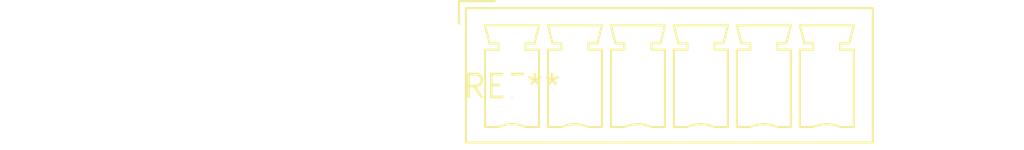
<source format=kicad_pcb>
(kicad_pcb (version 20240108) (generator pcbnew)
  (layers (0 "F.Cu" signal) (31 "B.Cu" signal) (34 "B.Paste" user) (35 "F.Paste" user) (36 "B.SilkS" user "B.Silkscreen") (37 "F.SilkS" user "F.Silkscreen") (38 "B.Mask" user) (39 "F.Mask" user) (44 "Edge.Cuts" user))
  (net 0 "")
  (footprint "PhoenixContact_MCV_1,5_6-G-3.5_1x06_P3.50mm_Vertical" (layer "F.Cu") (at 0 0)
    (property "Reference" "REF**")
    (property "Value" "PhoenixContact_MCV_1,5_6-G-3.5_1x06_P3.50mm_Vertical")
    (fp_line (start -2.95 -4.75) (end -0.95 -4.75) (layer "F.SilkS") (stroke (width 0.12)))
    (fp_line (start -2.95 -3.5) (end -2.95 -4.75) (layer "F.SilkS") (stroke (width 0.12)))
    (fp_line (start -2.56 -4.36) (end -2.56 3.11) (layer "F.SilkS") (stroke (width 0.12)))
    (fp_line (start -2.56 3.11) (end 20.06 3.11) (layer "F.SilkS") (stroke (width 0.12)))
    (fp_line (start -1.5 -3.4) (end 1.5 -3.4) (layer "F.SilkS") (stroke (width 0.12)))
    (fp_line (start -1.5 -2.05) (end -0.75 -2.05) (layer "F.SilkS") (stroke (width 0.12)))
    (fp_line (start -1.5 2.25) (end -1.5 -2.05) (layer "F.SilkS") (stroke (width 0.12)))
    (fp_line (start -1.25 -2.4) (end -1.5 -3.4) (layer "F.SilkS") (stroke (width 0.12)))
    (fp_line (start -0.75 -2.4) (end -1.25 -2.4) (layer "F.SilkS") (stroke (width 0.12)))
    (fp_line (start -0.75 -2.05) (end -0.75 -2.4) (layer "F.SilkS") (stroke (width 0.12)))
    (fp_line (start -0.75 2.25) (end -1.5 2.25) (layer "F.SilkS") (stroke (width 0.12)))
    (fp_line (start 0.75 -2.4) (end 0.75 -2.05) (layer "F.SilkS") (stroke (width 0.12)))
    (fp_line (start 0.75 -2.05) (end 1.5 -2.05) (layer "F.SilkS") (stroke (width 0.12)))
    (fp_line (start 1.25 -2.4) (end 0.75 -2.4) (layer "F.SilkS") (stroke (width 0.12)))
    (fp_line (start 1.5 -3.4) (end 1.25 -2.4) (layer "F.SilkS") (stroke (width 0.12)))
    (fp_line (start 1.5 -2.05) (end 1.5 2.25) (layer "F.SilkS") (stroke (width 0.12)))
    (fp_line (start 1.5 2.25) (end 0.75 2.25) (layer "F.SilkS") (stroke (width 0.12)))
    (fp_line (start 2 -3.4) (end 5 -3.4) (layer "F.SilkS") (stroke (width 0.12)))
    (fp_line (start 2 -2.05) (end 2.75 -2.05) (layer "F.SilkS") (stroke (width 0.12)))
    (fp_line (start 2 2.25) (end 2 -2.05) (layer "F.SilkS") (stroke (width 0.12)))
    (fp_line (start 2.25 -2.4) (end 2 -3.4) (layer "F.SilkS") (stroke (width 0.12)))
    (fp_line (start 2.75 -2.4) (end 2.25 -2.4) (layer "F.SilkS") (stroke (width 0.12)))
    (fp_line (start 2.75 -2.05) (end 2.75 -2.4) (layer "F.SilkS") (stroke (width 0.12)))
    (fp_line (start 2.75 2.25) (end 2 2.25) (layer "F.SilkS") (stroke (width 0.12)))
    (fp_line (start 4.25 -2.4) (end 4.25 -2.05) (layer "F.SilkS") (stroke (width 0.12)))
    (fp_line (start 4.25 -2.05) (end 5 -2.05) (layer "F.SilkS") (stroke (width 0.12)))
    (fp_line (start 4.75 -2.4) (end 4.25 -2.4) (layer "F.SilkS") (stroke (width 0.12)))
    (fp_line (start 5 -3.4) (end 4.75 -2.4) (layer "F.SilkS") (stroke (width 0.12)))
    (fp_line (start 5 -2.05) (end 5 2.25) (layer "F.SilkS") (stroke (width 0.12)))
    (fp_line (start 5 2.25) (end 4.25 2.25) (layer "F.SilkS") (stroke (width 0.12)))
    (fp_line (start 5.5 -3.4) (end 8.5 -3.4) (layer "F.SilkS") (stroke (width 0.12)))
    (fp_line (start 5.5 -2.05) (end 6.25 -2.05) (layer "F.SilkS") (stroke (width 0.12)))
    (fp_line (start 5.5 2.25) (end 5.5 -2.05) (layer "F.SilkS") (stroke (width 0.12)))
    (fp_line (start 5.75 -2.4) (end 5.5 -3.4) (layer "F.SilkS") (stroke (width 0.12)))
    (fp_line (start 6.25 -2.4) (end 5.75 -2.4) (layer "F.SilkS") (stroke (width 0.12)))
    (fp_line (start 6.25 -2.05) (end 6.25 -2.4) (layer "F.SilkS") (stroke (width 0.12)))
    (fp_line (start 6.25 2.25) (end 5.5 2.25) (layer "F.SilkS") (stroke (width 0.12)))
    (fp_line (start 7.75 -2.4) (end 7.75 -2.05) (layer "F.SilkS") (stroke (width 0.12)))
    (fp_line (start 7.75 -2.05) (end 8.5 -2.05) (layer "F.SilkS") (stroke (width 0.12)))
    (fp_line (start 8.25 -2.4) (end 7.75 -2.4) (layer "F.SilkS") (stroke (width 0.12)))
    (fp_line (start 8.5 -3.4) (end 8.25 -2.4) (layer "F.SilkS") (stroke (width 0.12)))
    (fp_line (start 8.5 -2.05) (end 8.5 2.25) (layer "F.SilkS") (stroke (width 0.12)))
    (fp_line (start 8.5 2.25) (end 7.75 2.25) (layer "F.SilkS") (stroke (width 0.12)))
    (fp_line (start 9 -3.4) (end 12 -3.4) (layer "F.SilkS") (stroke (width 0.12)))
    (fp_line (start 9 -2.05) (end 9.75 -2.05) (layer "F.SilkS") (stroke (width 0.12)))
    (fp_line (start 9 2.25) (end 9 -2.05) (layer "F.SilkS") (stroke (width 0.12)))
    (fp_line (start 9.25 -2.4) (end 9 -3.4) (layer "F.SilkS") (stroke (width 0.12)))
    (fp_line (start 9.75 -2.4) (end 9.25 -2.4) (layer "F.SilkS") (stroke (width 0.12)))
    (fp_line (start 9.75 -2.05) (end 9.75 -2.4) (layer "F.SilkS") (stroke (width 0.12)))
    (fp_line (start 9.75 2.25) (end 9 2.25) (layer "F.SilkS") (stroke (width 0.12)))
    (fp_line (start 11.25 -2.4) (end 11.25 -2.05) (layer "F.SilkS") (stroke (width 0.12)))
    (fp_line (start 11.25 -2.05) (end 12 -2.05) (layer "F.SilkS") (stroke (width 0.12)))
    (fp_line (start 11.75 -2.4) (end 11.25 -2.4) (layer "F.SilkS") (stroke (width 0.12)))
    (fp_line (start 12 -3.4) (end 11.75 -2.4) (layer "F.SilkS") (stroke (width 0.12)))
    (fp_line (start 12 -2.05) (end 12 2.25) (layer "F.SilkS") (stroke (width 0.12)))
    (fp_line (start 12 2.25) (end 11.25 2.25) (layer "F.SilkS") (stroke (width 0.12)))
    (fp_line (start 12.5 -3.4) (end 15.5 -3.4) (layer "F.SilkS") (stroke (width 0.12)))
    (fp_line (start 12.5 -2.05) (end 13.25 -2.05) (layer "F.SilkS") (stroke (width 0.12)))
    (fp_line (start 12.5 2.25) (end 12.5 -2.05) (layer "F.SilkS") (stroke (width 0.12)))
    (fp_line (start 12.75 -2.4) (end 12.5 -3.4) (layer "F.SilkS") (stroke (width 0.12)))
    (fp_line (start 13.25 -2.4) (end 12.75 -2.4) (layer "F.SilkS") (stroke (width 0.12)))
    (fp_line (start 13.25 -2.05) (end 13.25 -2.4) (layer "F.SilkS") (stroke (width 0.12)))
    (fp_line (start 13.25 2.25) (end 12.5 2.25) (layer "F.SilkS") (stroke (width 0.12)))
    (fp_line (start 14.75 -2.4) (end 14.75 -2.05) (layer "F.SilkS") (stroke (width 0.12)))
    (fp_line (start 14.75 -2.05) (end 15.5 -2.05) (layer "F.SilkS") (stroke (width 0.12)))
    (fp_line (start 15.25 -2.4) (end 14.75 -2.4) (layer "F.SilkS") (stroke (width 0.12)))
    (fp_line (start 15.5 -3.4) (end 15.25 -2.4) (layer "F.SilkS") (stroke (width 0.12)))
    (fp_line (start 15.5 -2.05) (end 15.5 2.25) (layer "F.SilkS") (stroke (width 0.12)))
    (fp_line (start 15.5 2.25) (end 14.75 2.25) (layer "F.SilkS") (stroke (width 0.12)))
    (fp_line (start 16 -3.4) (end 19 -3.4) (layer "F.SilkS") (stroke (width 0.12)))
    (fp_line (start 16 -2.05) (end 16.75 -2.05) (layer "F.SilkS") (stroke (width 0.12)))
    (fp_line (start 16 2.25) (end 16 -2.05) (layer "F.SilkS") (stroke (width 0.12)))
    (fp_line (start 16.25 -2.4) (end 16 -3.4) (layer "F.SilkS") (stroke (width 0.12)))
    (fp_line (start 16.75 -2.4) (end 16.25 -2.4) (layer "F.SilkS") (stroke (width 0.12)))
    (fp_line (start 16.75 -2.05) (end 16.75 -2.4) (layer "F.SilkS") (stroke (width 0.12)))
    (fp_line (start 16.75 2.25) (end 16 2.25) (layer "F.SilkS") (stroke (width 0.12)))
    (fp_line (start 18.25 -2.4) (end 18.25 -2.05) (layer "F.SilkS") (stroke (width 0.12)))
    (fp_line (start 18.25 -2.05) (end 19 -2.05) (layer "F.SilkS") (stroke (width 0.12)))
    (fp_line (start 18.75 -2.4) (end 18.25 -2.4) (layer "F.SilkS") (stroke (width 0.12)))
    (fp_line (start 19 -3.4) (end 18.75 -2.4) (layer "F.SilkS") (stroke (width 0.12)))
    (fp_line (start 19 -2.05) (end 19 2.25) (layer "F.SilkS") (stroke (width 0.12)))
    (fp_line (start 19 2.25) (end 18.25 2.25) (layer "F.SilkS") (stroke (width 0.12)))
    (fp_line (start 20.06 -4.36) (end -2.56 -4.36) (layer "F.SilkS") (stroke (width 0.12)))
    (fp_line (start 20.06 3.11) (end 20.06 -4.36) (layer "F.SilkS") (stroke (width 0.12)))
    (fp_arc (start -0.75 2.25) (mid -0.000193 2.09191) (end 0.749647 2.249844) (layer "F.SilkS") (stroke (width 0.12)))
    (fp_arc (start 2.75 2.25) (mid 3.499807 2.09191) (end 4.249647 2.249844) (layer "F.SilkS") (stroke (width 0.12)))
    (fp_arc (start 6.25 2.25) (mid 6.999807 2.09191) (end 7.749647 2.249844) (layer "F.SilkS") (stroke (width 0.12)))
    (fp_arc (start 9.75 2.25) (mid 10.499807 2.09191) (end 11.249647 2.249844) (layer "F.SilkS") (stroke (width 0.12)))
    (fp_arc (start 13.25 2.25) (mid 13.999807 2.09191) (end 14.749647 2.249844) (layer "F.SilkS") (stroke (width 0.12)))
    (fp_arc (start 16.75 2.25) (mid 17.499807 2.09191) (end 18.249647 2.249844) (layer "F.SilkS") (stroke (width 0.12)))
    (pad "1" thru_hole roundrect (at 0 0) (size 1.8 3.6) (drill 1.2) (layers *.Cu *.Mask) (remove_unused_layers) (roundrect_rratio 0.138889))
    (pad "2" thru_hole oval (at 3.5 0) (size 1.8 3.6) (drill 1.2) (layers *.Cu *.Mask) (remove_unused_layers))
    (pad "3" thru_hole oval (at 7 0) (size 1.8 3.6) (drill 1.2) (layers *.Cu *.Mask) (remove_unused_layers))
    (pad "4" thru_hole oval (at 10.5 0) (size 1.8 3.6) (drill 1.2) (layers *.Cu *.Mask) (remove_unused_layers))
    (pad "5" thru_hole oval (at 14 0) (size 1.8 3.6) (drill 1.2) (layers *.Cu *.Mask) (remove_unused_layers))
    (pad "6" thru_hole oval (at 17.5 0) (size 1.8 3.6) (drill 1.2) (layers *.Cu *.Mask) (remove_unused_layers))
  )
)
</source>
